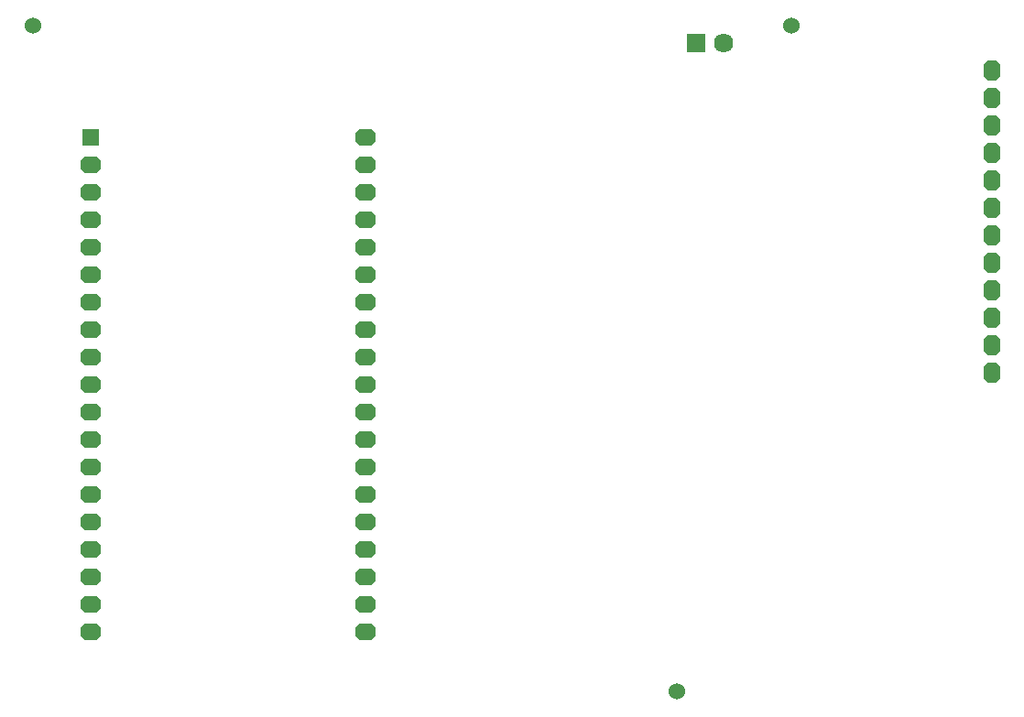
<source format=gbl>
G04*
G04 #@! TF.GenerationSoftware,Altium Limited,Altium Designer,20.0.13 (296)*
G04*
G04 Layer_Physical_Order=2*
G04 Layer_Color=16711680*
%FSLAX25Y25*%
%MOIN*%
G70*
G01*
G75*
%ADD47C,0.06000*%
%ADD48C,0.07028*%
%ADD49R,0.07028X0.07028*%
%ADD50R,0.06142X0.06142*%
G04:AMPARAMS|DCode=51|XSize=74.8mil|YSize=61.42mil|CornerRadius=0mil|HoleSize=0mil|Usage=FLASHONLY|Rotation=0.000|XOffset=0mil|YOffset=0mil|HoleType=Round|Shape=Octagon|*
%AMOCTAGOND51*
4,1,8,0.03740,-0.01535,0.03740,0.01535,0.02205,0.03071,-0.02205,0.03071,-0.03740,0.01535,-0.03740,-0.01535,-0.02205,-0.03071,0.02205,-0.03071,0.03740,-0.01535,0.0*
%
%ADD51OCTAGOND51*%

G04:AMPARAMS|DCode=52|XSize=74.8mil|YSize=59.06mil|CornerRadius=0mil|HoleSize=0mil|Usage=FLASHONLY|Rotation=90.000|XOffset=0mil|YOffset=0mil|HoleType=Round|Shape=Octagon|*
%AMOCTAGOND52*
4,1,8,0.01476,0.03740,-0.01476,0.03740,-0.02953,0.02264,-0.02953,-0.02264,-0.01476,-0.03740,0.01476,-0.03740,0.02953,-0.02264,0.02953,0.02264,0.01476,0.03740,0.0*
%
%ADD52OCTAGOND52*%

D47*
X249500Y13000D02*
D03*
X291000Y255500D02*
D03*
X15000D02*
D03*
D48*
X266500Y249000D02*
D03*
D49*
X256500D02*
D03*
D50*
X36000Y214795D02*
D03*
D51*
Y204795D02*
D03*
Y34795D02*
D03*
Y194795D02*
D03*
Y184795D02*
D03*
Y174795D02*
D03*
Y164795D02*
D03*
Y154795D02*
D03*
Y144795D02*
D03*
Y134795D02*
D03*
Y124795D02*
D03*
Y114795D02*
D03*
Y104795D02*
D03*
Y94795D02*
D03*
Y84795D02*
D03*
Y74795D02*
D03*
Y64795D02*
D03*
Y54795D02*
D03*
Y44795D02*
D03*
X136000Y214795D02*
D03*
Y204795D02*
D03*
Y194795D02*
D03*
Y184795D02*
D03*
Y174795D02*
D03*
Y164795D02*
D03*
Y154795D02*
D03*
Y144795D02*
D03*
Y134795D02*
D03*
Y124795D02*
D03*
Y114795D02*
D03*
Y104795D02*
D03*
Y94795D02*
D03*
Y84795D02*
D03*
Y74795D02*
D03*
Y64795D02*
D03*
Y54795D02*
D03*
Y44795D02*
D03*
Y34795D02*
D03*
D52*
X364000Y239000D02*
D03*
Y229000D02*
D03*
Y219000D02*
D03*
Y209000D02*
D03*
Y199000D02*
D03*
Y189000D02*
D03*
Y179000D02*
D03*
Y169000D02*
D03*
Y159000D02*
D03*
Y149000D02*
D03*
Y139000D02*
D03*
Y129000D02*
D03*
M02*

</source>
